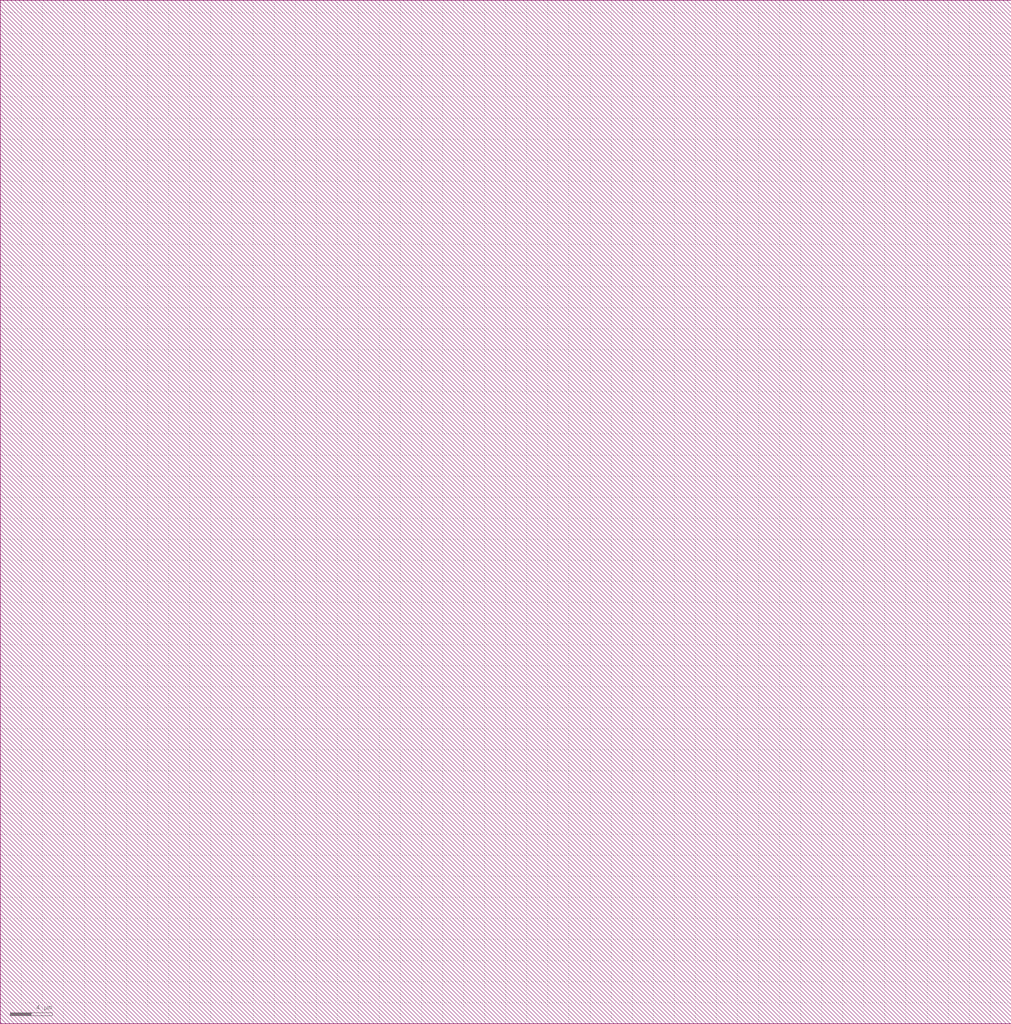
<source format=lef>
VERSION 5.6 ;

BUSBITCHARS "[]" ;

DIVIDERCHAR "/" ;

UNITS
    DATABASE MICRONS 1000 ;
END UNITS

MANUFACTURINGGRID 0.005000 ; 

CLEARANCEMEASURE EUCLIDEAN ; 

USEMINSPACING OBS ON ; 

SITE CoreSite
    CLASS CORE ;
    SIZE 0.600000 BY 0.300000 ;
END CoreSite

LAYER li
   TYPE ROUTING ;
   DIRECTION VERTICAL ;
   MINWIDTH 0.300000 ;
   AREA 0.056250 ;
   WIDTH 0.300000 ;
   SPACINGTABLE
      PARALLELRUNLENGTH 0.0
      WIDTH 0.0 0.225000 ;
   PITCH 0.600000 0.600000 ;
END li

LAYER mcon
    TYPE CUT ;
    SPACING 0.225000 ;
    WIDTH 0.300000 ;
    ENCLOSURE ABOVE 0.075000 0.075000 ;
    ENCLOSURE BELOW 0.000000 0.000000 ;
END mcon

LAYER met1
   TYPE ROUTING ;
   DIRECTION HORIZONTAL ;
   MINWIDTH 0.150000 ;
   AREA 0.084375 ;
   WIDTH 0.150000 ;
   SPACINGTABLE
      PARALLELRUNLENGTH 0.0
      WIDTH 0.0 0.150000 ;
   PITCH 0.300000 0.300000 ;
END met1

LAYER v1
    TYPE CUT ;
    SPACING 0.075000 ;
    WIDTH 0.300000 ;
    ENCLOSURE ABOVE 0.075000 0.075000 ;
    ENCLOSURE BELOW 0.075000 0.075000 ;
END v1

LAYER met2
   TYPE ROUTING ;
   DIRECTION VERTICAL ;
   MINWIDTH 0.150000 ;
   AREA 0.073125 ;
   WIDTH 0.150000 ;
   SPACINGTABLE
      PARALLELRUNLENGTH 0.0
      WIDTH 0.0 0.150000 ;
   PITCH 0.300000 0.300000 ;
END met2

LAYER v2
    TYPE CUT ;
    SPACING 0.150000 ;
    WIDTH 0.300000 ;
    ENCLOSURE ABOVE 0.075000 0.075000 ;
    ENCLOSURE BELOW 0.075000 0.000000 ;
END v2

LAYER met3
   TYPE ROUTING ;
   DIRECTION HORIZONTAL ;
   MINWIDTH 0.300000 ;
   AREA 0.241875 ;
   WIDTH 0.300000 ;
   SPACINGTABLE
      PARALLELRUNLENGTH 0.0
      WIDTH 0.0 0.300000 ;
   PITCH 0.600000 0.600000 ;
END met3

LAYER v3
    TYPE CUT ;
    SPACING 0.150000 ;
    WIDTH 0.450000 ;
    ENCLOSURE ABOVE 0.075000 0.075000 ;
    ENCLOSURE BELOW 0.075000 0.000000 ;
END v3

LAYER met4
   TYPE ROUTING ;
   DIRECTION VERTICAL ;
   MINWIDTH 0.300000 ;
   AREA 0.241875 ;
   WIDTH 0.300000 ;
   SPACINGTABLE
      PARALLELRUNLENGTH 0.0
      WIDTH 0.0 0.300000 ;
   PITCH 0.600000 0.600000 ;
END met4

LAYER v4
    TYPE CUT ;
    SPACING 0.450000 ;
    WIDTH 1.200000 ;
    ENCLOSURE ABOVE 0.150000 0.150000 ;
    ENCLOSURE BELOW 0.000000 0.000000 ;
END v4

LAYER met5
   TYPE ROUTING ;
   DIRECTION HORIZONTAL ;
   MINWIDTH 1.650000 ;
   AREA 4.005000 ;
   WIDTH 1.650000 ;
   SPACINGTABLE
      PARALLELRUNLENGTH 0.0
      WIDTH 0.0 1.650000 ;
   PITCH 3.300000 3.300000 ;
END met5

LAYER OVERLAP
   TYPE OVERLAP ;
END OVERLAP

VIA mcon_C DEFAULT
   LAYER li ;
     RECT -0.150000 -0.150000 0.150000 0.150000 ;
   LAYER mcon ;
     RECT -0.150000 -0.150000 0.150000 0.150000 ;
   LAYER met1 ;
     RECT -0.225000 -0.225000 0.225000 0.225000 ;
END mcon_C

VIA v1_C DEFAULT
   LAYER met1 ;
     RECT -0.225000 -0.225000 0.225000 0.225000 ;
   LAYER v1 ;
     RECT -0.150000 -0.150000 0.150000 0.150000 ;
   LAYER met2 ;
     RECT -0.225000 -0.225000 0.225000 0.225000 ;
END v1_C

VIA v2_C DEFAULT
   LAYER met2 ;
     RECT -0.150000 -0.225000 0.150000 0.225000 ;
   LAYER v2 ;
     RECT -0.150000 -0.150000 0.150000 0.150000 ;
   LAYER met3 ;
     RECT -0.225000 -0.225000 0.225000 0.225000 ;
END v2_C

VIA v2_Ch
   LAYER met2 ;
     RECT -0.225000 -0.150000 0.225000 0.150000 ;
   LAYER v2 ;
     RECT -0.150000 -0.150000 0.150000 0.150000 ;
   LAYER met3 ;
     RECT -0.225000 -0.225000 0.225000 0.225000 ;
END v2_Ch

VIA v2_Cv
   LAYER met2 ;
     RECT -0.150000 -0.225000 0.150000 0.225000 ;
   LAYER v2 ;
     RECT -0.150000 -0.150000 0.150000 0.150000 ;
   LAYER met3 ;
     RECT -0.225000 -0.225000 0.225000 0.225000 ;
END v2_Cv

VIA v3_C DEFAULT
   LAYER met3 ;
     RECT -0.300000 -0.225000 0.300000 0.225000 ;
   LAYER v3 ;
     RECT -0.225000 -0.225000 0.225000 0.225000 ;
   LAYER met4 ;
     RECT -0.300000 -0.300000 0.300000 0.300000 ;
END v3_C

VIA v3_Ch
   LAYER met3 ;
     RECT -0.300000 -0.225000 0.300000 0.225000 ;
   LAYER v3 ;
     RECT -0.225000 -0.225000 0.225000 0.225000 ;
   LAYER met4 ;
     RECT -0.300000 -0.300000 0.300000 0.300000 ;
END v3_Ch

VIA v3_Cv
   LAYER met3 ;
     RECT -0.300000 -0.225000 0.300000 0.225000 ;
   LAYER v3 ;
     RECT -0.225000 -0.225000 0.225000 0.225000 ;
   LAYER met4 ;
     RECT -0.300000 -0.300000 0.300000 0.300000 ;
END v3_Cv

VIA v4_C DEFAULT
   LAYER met4 ;
     RECT -0.600000 -0.600000 0.600000 0.600000 ;
   LAYER v4 ;
     RECT -0.600000 -0.600000 0.600000 0.600000 ;
   LAYER met5 ;
     RECT -0.750000 -0.750000 0.750000 0.750000 ;
END v4_C

MACRO _0_0std_0_0cells_0_0TIELOX1
    CLASS CORE ;
    FOREIGN _0_0std_0_0cells_0_0TIELOX1 0.000000 0.000000 ;
    ORIGIN 0.000000 0.000000 ;
    SIZE 2.400000 BY 3.000000 ;
    SYMMETRY X Y ;
    SITE CoreSite ;
    PIN Y
        DIRECTION OUTPUT ;
        USE SIGNAL ;
        PORT
        LAYER li ;
        RECT 0.600000 0.300000 0.900000 0.600000 ;
        END
        ANTENNADIFFAREA 0.168750 ;
    END Y
    PIN Vdd
        DIRECTION INPUT ;
        USE POWER ;
        PORT
        LAYER li ;
        RECT 0.600000 2.400000 0.900000 2.700000 ;
        END
        ANTENNADIFFAREA 0.281250 ;
    END Vdd
    PIN GND
        DIRECTION INPUT ;
        USE GROUND ;
        PORT
        LAYER li ;
        RECT 1.800000 2.400000 2.100000 2.700000 ;
        END
        ANTENNADIFFAREA 0.168750 ;
    END GND
END _0_0std_0_0cells_0_0TIELOX1

MACRO _0_0std_0_0cells_0_0NOR2X1
    CLASS CORE ;
    FOREIGN _0_0std_0_0cells_0_0NOR2X1 0.000000 0.000000 ;
    ORIGIN 0.000000 0.000000 ;
    SIZE 3.000000 BY 3.300000 ;
    SYMMETRY X Y ;
    SITE CoreSite ;
    PIN A
        DIRECTION INPUT ;
        USE SIGNAL ;
        PORT
        LAYER li ;
        RECT 0.600000 2.700000 0.900000 3.000000 ;
        END
    END A
    PIN B
        DIRECTION INPUT ;
        USE SIGNAL ;
        PORT
        LAYER li ;
        RECT 1.200000 2.700000 1.500000 3.000000 ;
        END
    END B
    PIN Y
        DIRECTION OUTPUT ;
        USE SIGNAL ;
        PORT
        LAYER li ;
        RECT 0.600000 0.300000 0.900000 0.600000 ;
        END
        ANTENNADIFFAREA 0.590625 ;
    END Y
    PIN Vdd
        DIRECTION INPUT ;
        USE POWER ;
        PORT
        LAYER li ;
        RECT 1.800000 2.700000 2.100000 3.000000 ;
        END
        ANTENNADIFFAREA 0.421875 ;
    END Vdd
    PIN GND
        DIRECTION INPUT ;
        USE GROUND ;
        PORT
        LAYER li ;
        RECT 2.400000 2.700000 2.700000 3.000000 ;
        END
        ANTENNADIFFAREA 0.337500 ;
    END GND
END _0_0std_0_0cells_0_0NOR2X1

MACRO _0_0cell_0_0ginvx0
    CLASS CORE ;
    FOREIGN _0_0cell_0_0ginvx0 0.000000 0.000000 ;
    ORIGIN 0.000000 0.000000 ;
    SIZE 2.400000 BY 6.000000 ;
    SYMMETRY X Y ;
    SITE CoreSite ;
    PIN in_50_6
        DIRECTION INPUT ;
        USE SIGNAL ;
        PORT
        LAYER li ;
        RECT 0.600000 5.400000 0.900000 5.700000 ;
        END
    END in_50_6
    PIN out
        DIRECTION OUTPUT ;
        USE SIGNAL ;
        PORT
        LAYER li ;
        RECT 0.600000 0.300000 0.900000 0.600000 ;
        END
        ANTENNADIFFAREA 2.250000 ;
    END out
    PIN Vdd
        DIRECTION INPUT ;
        USE POWER ;
        PORT
        LAYER li ;
        RECT 1.200000 5.400000 1.500000 5.700000 ;
        END
        ANTENNADIFFAREA 2.250000 ;
    END Vdd
    PIN GND
        DIRECTION INPUT ;
        USE GROUND ;
        PORT
        LAYER li ;
        RECT 1.800000 5.400000 2.100000 5.700000 ;
        END
        ANTENNADIFFAREA 0.562500 ;
    END GND
    OBS
      LAYER li ;
         RECT 0.600000 1.800000 1.725000 4.125000 ;
    END
END _0_0cell_0_0ginvx0

MACRO _0_0std_0_0cells_0_0INVX1
    CLASS CORE ;
    FOREIGN _0_0std_0_0cells_0_0INVX1 0.000000 0.000000 ;
    ORIGIN 0.000000 0.000000 ;
    SIZE 2.400000 BY 2.700000 ;
    SYMMETRY X Y ;
    SITE CoreSite ;
    PIN A
        DIRECTION INPUT ;
        USE SIGNAL ;
        PORT
        LAYER li ;
        RECT 0.600000 2.100000 0.900000 2.400000 ;
        END
    END A
    PIN Y
        DIRECTION OUTPUT ;
        USE SIGNAL ;
        PORT
        LAYER li ;
        RECT 0.600000 0.300000 0.900000 0.600000 ;
        END
        ANTENNADIFFAREA 0.393750 ;
    END Y
    PIN Vdd
        DIRECTION INPUT ;
        USE POWER ;
        PORT
        LAYER li ;
        RECT 1.200000 2.100000 1.500000 2.400000 ;
        END
        ANTENNADIFFAREA 0.225000 ;
    END Vdd
    PIN GND
        DIRECTION INPUT ;
        USE GROUND ;
        PORT
        LAYER li ;
        RECT 1.800000 2.100000 2.100000 2.400000 ;
        END
        ANTENNADIFFAREA 0.168750 ;
    END GND
END _0_0std_0_0cells_0_0INVX1

MACRO _0_0std_0_0cells_0_0AND2X1
    CLASS CORE ;
    FOREIGN _0_0std_0_0cells_0_0AND2X1 0.000000 0.000000 ;
    ORIGIN 0.000000 0.000000 ;
    SIZE 3.000000 BY 3.000000 ;
    SYMMETRY X Y ;
    SITE CoreSite ;
    PIN A
        DIRECTION INPUT ;
        USE SIGNAL ;
        PORT
        LAYER li ;
        RECT 0.600000 2.400000 0.900000 2.700000 ;
        END
    END A
    PIN B
        DIRECTION INPUT ;
        USE SIGNAL ;
        PORT
        LAYER li ;
        RECT 1.200000 2.400000 1.500000 2.700000 ;
        END
    END B
    PIN Y
        DIRECTION OUTPUT ;
        USE SIGNAL ;
        PORT
        LAYER li ;
        RECT 0.600000 0.300000 0.900000 0.600000 ;
        END
        ANTENNADIFFAREA 0.393750 ;
    END Y
    PIN Vdd
        DIRECTION INPUT ;
        USE POWER ;
        PORT
        LAYER li ;
        RECT 1.800000 2.400000 2.100000 2.700000 ;
        END
        ANTENNADIFFAREA 0.450000 ;
    END Vdd
    PIN GND
        DIRECTION INPUT ;
        USE GROUND ;
        PORT
        LAYER li ;
        RECT 2.400000 2.400000 2.700000 2.700000 ;
        END
        ANTENNADIFFAREA 0.225000 ;
    END GND
END _0_0std_0_0cells_0_0AND2X1

MACRO _0_0std_0_0cells_0_0OR2X1
    CLASS CORE ;
    FOREIGN _0_0std_0_0cells_0_0OR2X1 0.000000 0.000000 ;
    ORIGIN 0.000000 0.000000 ;
    SIZE 3.000000 BY 3.300000 ;
    SYMMETRY X Y ;
    SITE CoreSite ;
    PIN A
        DIRECTION INPUT ;
        USE SIGNAL ;
        PORT
        LAYER li ;
        RECT 0.600000 2.700000 0.900000 3.000000 ;
        END
    END A
    PIN B
        DIRECTION INPUT ;
        USE SIGNAL ;
        PORT
        LAYER li ;
        RECT 1.200000 2.700000 1.500000 3.000000 ;
        END
    END B
    PIN Y
        DIRECTION OUTPUT ;
        USE SIGNAL ;
        PORT
        LAYER li ;
        RECT 0.600000 0.300000 0.900000 0.600000 ;
        END
        ANTENNADIFFAREA 0.393750 ;
    END Y
    PIN Vdd
        DIRECTION INPUT ;
        USE POWER ;
        PORT
        LAYER li ;
        RECT 1.800000 2.700000 2.100000 3.000000 ;
        END
        ANTENNADIFFAREA 0.337500 ;
    END Vdd
    PIN GND
        DIRECTION INPUT ;
        USE GROUND ;
        PORT
        LAYER li ;
        RECT 2.400000 2.700000 2.700000 3.000000 ;
        END
        ANTENNADIFFAREA 0.337500 ;
    END GND
END _0_0std_0_0cells_0_0OR2X1

MACRO _0_0std_0_0cells_0_0FAX1
    CLASS CORE ;
    FOREIGN _0_0std_0_0cells_0_0FAX1 0.000000 0.000000 ;
    ORIGIN 0.000000 0.000000 ;
    SIZE 10.800000 BY 6.600000 ;
    SYMMETRY X Y ;
    SITE CoreSite ;
    PIN A
        DIRECTION INPUT ;
        USE SIGNAL ;
        PORT
        LAYER li ;
        RECT 0.600000 6.000000 0.900000 6.300000 ;
        END
    END A
    PIN B
        DIRECTION INPUT ;
        USE SIGNAL ;
        PORT
        LAYER li ;
        RECT 3.000000 6.000000 3.300000 6.300000 ;
        END
    END B
    PIN C
        DIRECTION INPUT ;
        USE SIGNAL ;
        PORT
        LAYER li ;
        RECT 5.400000 6.000000 5.700000 6.300000 ;
        END
    END C
    PIN YC
        DIRECTION OUTPUT ;
        USE SIGNAL ;
        PORT
        LAYER li ;
        RECT 0.600000 0.300000 0.900000 0.600000 ;
        END
        ANTENNADIFFAREA 0.393750 ;
    END YC
    PIN YS
        DIRECTION OUTPUT ;
        USE SIGNAL ;
        PORT
        LAYER li ;
        RECT 5.400000 0.300000 5.700000 0.600000 ;
        END
        ANTENNADIFFAREA 0.393750 ;
    END YS
    PIN Vdd
        DIRECTION INPUT ;
        USE POWER ;
        PORT
        LAYER li ;
        RECT 7.800000 6.000000 8.100000 6.300000 ;
        END
        ANTENNADIFFAREA 2.610000 ;
    END Vdd
    PIN GND
        DIRECTION INPUT ;
        USE GROUND ;
        PORT
        LAYER li ;
        RECT 10.200000 6.000000 10.500000 6.300000 ;
        END
        ANTENNADIFFAREA 1.856250 ;
    END GND
    OBS
      LAYER li ;
         RECT 0.600000 1.800000 10.125000 4.725000 ;
    END
END _0_0std_0_0cells_0_0FAX1

MACRO _0_0std_0_0cells_0_0LATCH
    CLASS CORE ;
    FOREIGN _0_0std_0_0cells_0_0LATCH 0.000000 0.000000 ;
    ORIGIN 0.000000 0.000000 ;
    SIZE 6.600000 BY 3.900000 ;
    SYMMETRY X Y ;
    SITE CoreSite ;
    PIN CLK
        DIRECTION INPUT ;
        USE SIGNAL ;
        PORT
        LAYER li ;
        RECT 0.600000 3.300000 0.900000 3.600000 ;
        END
    END CLK
    PIN D
        DIRECTION INPUT ;
        USE SIGNAL ;
        PORT
        LAYER li ;
        RECT 2.400000 3.300000 2.700000 3.600000 ;
        END
    END D
    PIN Q
        DIRECTION OUTPUT ;
        USE SIGNAL ;
        PORT
        LAYER li ;
        RECT 0.600000 0.300000 0.900000 0.600000 ;
        END
        ANTENNADIFFAREA 0.703125 ;
    END Q
    PIN Vdd
        DIRECTION INPUT ;
        USE POWER ;
        PORT
        LAYER li ;
        RECT 4.200000 3.300000 4.500000 3.600000 ;
        END
        ANTENNADIFFAREA 0.590625 ;
    END Vdd
    PIN GND
        DIRECTION INPUT ;
        USE GROUND ;
        PORT
        LAYER li ;
        RECT 6.000000 3.300000 6.300000 3.600000 ;
        END
        ANTENNADIFFAREA 0.675000 ;
    END GND
    OBS
      LAYER li ;
         RECT 0.600000 1.800000 5.925000 2.025000 ;
    END
END _0_0std_0_0cells_0_0LATCH

MACRO _0_0cell_0_0gcelem3x0
    CLASS CORE ;
    FOREIGN _0_0cell_0_0gcelem3x0 0.000000 0.000000 ;
    ORIGIN 0.000000 0.000000 ;
    SIZE 6.600000 BY 4.200000 ;
    SYMMETRY X Y ;
    SITE CoreSite ;
    PIN in_50_6
        DIRECTION INPUT ;
        USE SIGNAL ;
        PORT
        LAYER li ;
        RECT 0.600000 3.600000 0.900000 3.900000 ;
        END
    END in_50_6
    PIN in_51_6
        DIRECTION INPUT ;
        USE SIGNAL ;
        PORT
        LAYER li ;
        RECT 1.800000 3.600000 2.100000 3.900000 ;
        END
    END in_51_6
    PIN in_52_6
        DIRECTION INPUT ;
        USE SIGNAL ;
        PORT
        LAYER li ;
        RECT 3.000000 3.600000 3.300000 3.900000 ;
        END
    END in_52_6
    PIN out
        DIRECTION OUTPUT ;
        USE SIGNAL ;
        PORT
        LAYER li ;
        RECT 0.600000 0.300000 0.900000 0.600000 ;
        END
        ANTENNADIFFAREA 0.202500 ;
    END out
    PIN Vdd
        DIRECTION INPUT ;
        USE POWER ;
        PORT
        LAYER li ;
        RECT 4.200000 3.600000 4.500000 3.900000 ;
        END
        ANTENNADIFFAREA 0.573750 ;
    END Vdd
    PIN GND
        DIRECTION INPUT ;
        USE GROUND ;
        PORT
        LAYER li ;
        RECT 5.400000 3.600000 5.700000 3.900000 ;
        END
        ANTENNADIFFAREA 0.506250 ;
    END GND
    OBS
      LAYER li ;
         RECT 0.600000 1.800000 5.925000 2.325000 ;
    END
END _0_0cell_0_0gcelem3x0

MACRO _0_0std_0_0cells_0_0MUX2X1
    CLASS CORE ;
    FOREIGN _0_0std_0_0cells_0_0MUX2X1 0.000000 0.000000 ;
    ORIGIN 0.000000 0.000000 ;
    SIZE 6.000000 BY 3.600000 ;
    SYMMETRY X Y ;
    SITE CoreSite ;
    PIN A
        DIRECTION INPUT ;
        USE SIGNAL ;
        PORT
        LAYER li ;
        RECT 0.600000 3.000000 0.900000 3.300000 ;
        END
    END A
    PIN B
        DIRECTION INPUT ;
        USE SIGNAL ;
        PORT
        LAYER li ;
        RECT 1.800000 3.000000 2.100000 3.300000 ;
        END
    END B
    PIN S
        DIRECTION INPUT ;
        USE SIGNAL ;
        PORT
        LAYER li ;
        RECT 3.000000 3.000000 3.300000 3.300000 ;
        END
    END S
    PIN Y
        DIRECTION OUTPUT ;
        USE SIGNAL ;
        PORT
        LAYER li ;
        RECT 0.600000 0.300000 0.900000 0.600000 ;
        END
        ANTENNADIFFAREA 1.406250 ;
    END Y
    PIN Vdd
        DIRECTION INPUT ;
        USE POWER ;
        PORT
        LAYER li ;
        RECT 4.200000 3.000000 4.500000 3.300000 ;
        END
        ANTENNADIFFAREA 0.759375 ;
    END Vdd
    PIN GND
        DIRECTION INPUT ;
        USE GROUND ;
        PORT
        LAYER li ;
        RECT 5.400000 3.000000 5.700000 3.300000 ;
        END
        ANTENNADIFFAREA 0.382500 ;
    END GND
END _0_0std_0_0cells_0_0MUX2X1

MACRO _0_0cell_0_0g0n1n2naa_012aox0
    CLASS CORE ;
    FOREIGN _0_0cell_0_0g0n1n2naa_012aox0 0.000000 0.000000 ;
    ORIGIN 0.000000 0.000000 ;
    SIZE 9.000000 BY 3.000000 ;
    SYMMETRY X Y ;
    SITE CoreSite ;
    PIN in_50_6
        DIRECTION INPUT ;
        USE SIGNAL ;
        PORT
        LAYER li ;
        RECT 0.600000 2.400000 0.900000 2.700000 ;
        END
    END in_50_6
    PIN in_51_6
        DIRECTION INPUT ;
        USE SIGNAL ;
        PORT
        LAYER li ;
        RECT 2.400000 2.400000 2.700000 2.700000 ;
        END
    END in_51_6
    PIN in_52_6
        DIRECTION INPUT ;
        USE SIGNAL ;
        PORT
        LAYER li ;
        RECT 4.200000 2.400000 4.500000 2.700000 ;
        END
    END in_52_6
    PIN out
        DIRECTION OUTPUT ;
        USE SIGNAL ;
        PORT
        LAYER li ;
        RECT 0.600000 0.300000 0.900000 0.600000 ;
        END
        ANTENNADIFFAREA 0.506250 ;
    END out
    PIN Vdd
        DIRECTION INPUT ;
        USE POWER ;
        PORT
        LAYER li ;
        RECT 6.000000 2.400000 6.300000 2.700000 ;
        END
        ANTENNADIFFAREA 0.731250 ;
    END Vdd
    PIN GND
        DIRECTION INPUT ;
        USE GROUND ;
        PORT
        LAYER li ;
        RECT 7.800000 2.400000 8.100000 2.700000 ;
        END
        ANTENNADIFFAREA 0.506250 ;
    END GND
END _0_0cell_0_0g0n1n2naa_012aox0

MACRO welltap_svt
    CLASS CORE WELLTAP ;
    FOREIGN welltap_svt 0.000000 0.000000 ;
    ORIGIN 0.000000 0.000000 ;
    SIZE 1.200000 BY 2.100000 ;
    SYMMETRY X Y ;
    SITE CoreSite ;
    PIN Vdd
        DIRECTION INPUT ;
        USE POWER ;
        PORT
        LAYER li ;
        RECT 0.600000 1.500000 0.900000 1.800000 ;
        END
    END Vdd
    PIN GND
        DIRECTION INPUT ;
        USE GROUND ;
        PORT
        LAYER li ;
        RECT 0.600000 0.300000 0.900000 0.600000 ;
        END
    END GND
END welltap_svt

MACRO circuitppnp
   CLASS CORE ;
   FOREIGN circuitppnp 0.000000 0.000000 ;
   ORIGIN 0.000000 0.000000 ; 
   SIZE 96.000000 BY 97.200000 ; 
   SYMMETRY X Y ;
   SITE CoreSite ;
END circuitppnp

MACRO circuitwell
   CLASS CORE ;
   FOREIGN circuitwell 0.000000 0.000000 ;
   ORIGIN 0.000000 0.000000 ; 
   SIZE 96.000000 BY 97.200000 ; 
   SYMMETRY X Y ;
   SITE CoreSite ;
END circuitwell


</source>
